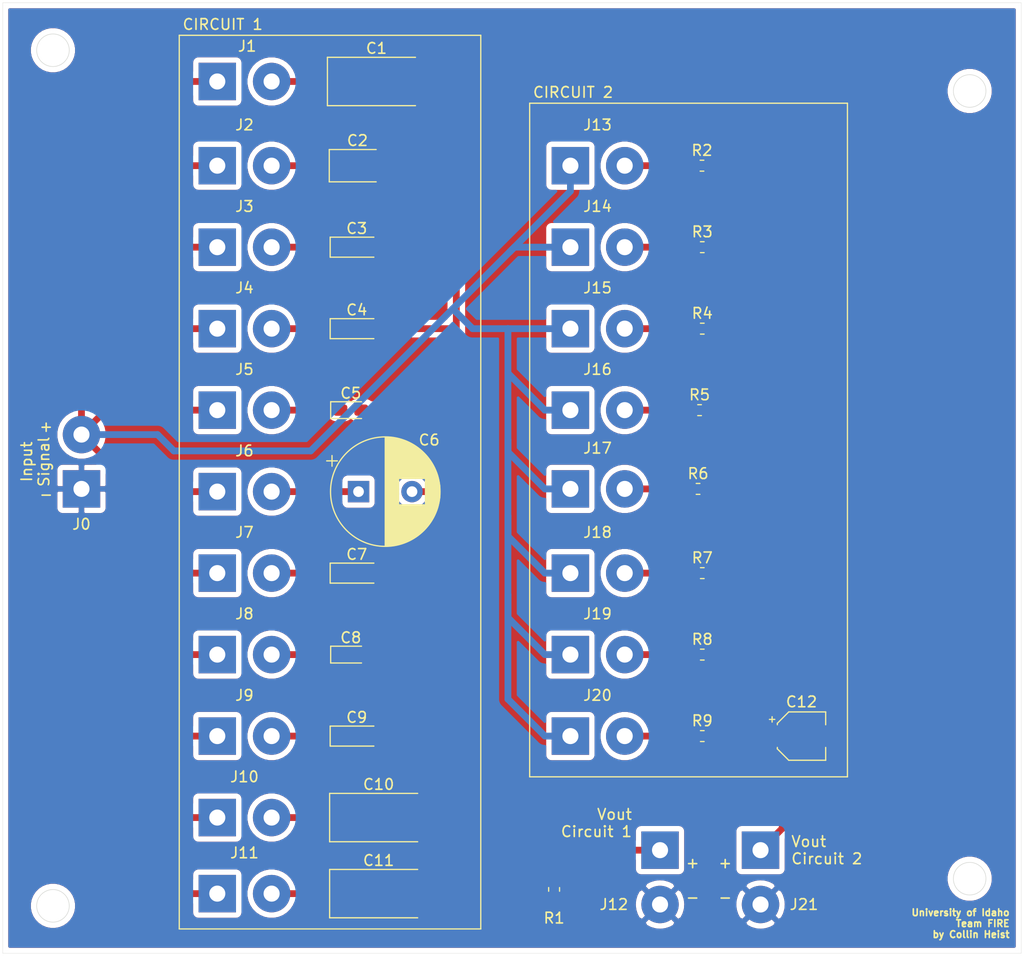
<source format=kicad_pcb>
(kicad_pcb (version 20171130) (host pcbnew "(5.1.4-0-10_14)")
  (title_block (title "RC Test Circuit") (date 2019-11-18) (rev v1.0) (comment 4 "Author: Collin Heist"))
  (layers (0 F.Cu signal) (31 B.Cu signal) (34 B.Paste user) (35 F.Paste user) (36 B.SilkS user) (37 F.SilkS user) (38 B.Mask user) (39 F.Mask user) (44 Edge.Cuts user))
  (net 0 "")
  (net 1 "Net-(C1-Pad1)")
  (net 2 V_out1)
  (net 3 "Net-(C2-Pad1)")
  (net 4 "Net-(C3-Pad1)")
  (net 5 "Net-(C4-Pad1)")
  (net 6 "Net-(C5-Pad1)")
  (net 7 "Net-(C6-Pad1)")
  (net 8 "Net-(C7-Pad1)")
  (net 9 "Net-(C8-Pad1)")
  (net 10 "Net-(C9-Pad1)")
  (net 11 "Net-(C10-Pad1)")
  (net 12 "Net-(C11-Pad1)")
  (net 13 V_out2)
  (net 14 GND)
  (net 15 V_in)
  (net 16 "Net-(J13-Pad2)")
  (net 17 "Net-(J14-Pad2)")
  (net 18 "Net-(J15-Pad2)")
  (net 19 "Net-(J16-Pad2)")
  (net 20 "Net-(J17-Pad2)")
  (net 21 "Net-(J18-Pad2)")
  (net 22 "Net-(J19-Pad2)")
  (net 23 "Net-(J20-Pad2)")
  (module Connector_Wire:SolderWirePad_1x02_P5.08mm_Drill1.5mm (layer F.Cu) (at 45.466 32.766)
    (fp_text reference J1 (at 2.794 -3.302) (layer F.SilkS))
    (fp_text value Conn_01x02)
    (pad 1 thru_hole rect (at 0 0) (size 3.50012 3.50012) (drill 1.50114) (layers *.Cu *.Mask) (net 15 V_in))
    (pad 2 thru_hole circle (at 5.08 0) (size 3.50012 3.50012) (drill 1.50114) (layers *.Cu *.Mask) (net 1 "Net-(C1-Pad1)"))
  )
  (module Connector_Wire:SolderWirePad_1x02_P5.08mm_Drill1.5mm (layer F.Cu) (at 45.466 40.64)
    (fp_text reference J2 (at 2.54 -3.81) (layer F.SilkS))
    (fp_text value Conn_01x02)
    (pad 2 thru_hole circle (at 5.08 0) (size 3.50012 3.50012) (drill 1.50114) (layers *.Cu *.Mask) (net 3 "Net-(C2-Pad1)"))
    (pad 1 thru_hole rect (at 0 0) (size 3.50012 3.50012) (drill 1.50114) (layers *.Cu *.Mask) (net 15 V_in))
  )
  (module Connector_Wire:SolderWirePad_1x02_P5.08mm_Drill1.5mm (layer F.Cu) (at 45.466 48.26)
    (fp_text reference J3 (at 2.54 -3.81) (layer F.SilkS))
    (fp_text value Conn_01x02)
    (pad 1 thru_hole rect (at 0 0) (size 3.50012 3.50012) (drill 1.50114) (layers *.Cu *.Mask) (net 15 V_in))
    (pad 2 thru_hole circle (at 5.08 0) (size 3.50012 3.50012) (drill 1.50114) (layers *.Cu *.Mask) (net 4 "Net-(C3-Pad1)"))
  )
  (module Connector_Wire:SolderWirePad_1x02_P5.08mm_Drill1.5mm (layer F.Cu) (at 45.466 55.88)
    (fp_text reference J4 (at 2.54 -3.81) (layer F.SilkS))
    (fp_text value Conn_01x02)
    (pad 2 thru_hole circle (at 5.08 0) (size 3.50012 3.50012) (drill 1.50114) (layers *.Cu *.Mask) (net 5 "Net-(C4-Pad1)"))
    (pad 1 thru_hole rect (at 0 0) (size 3.50012 3.50012) (drill 1.50114) (layers *.Cu *.Mask) (net 15 V_in))
  )
  (module Connector_Wire:SolderWirePad_1x02_P5.08mm_Drill1.5mm (layer F.Cu) (at 45.466 63.5)
    (fp_text reference J5 (at 2.54 -3.81) (layer F.SilkS))
    (fp_text value Conn_01x02)
    (pad 1 thru_hole rect (at 0 0) (size 3.50012 3.50012) (drill 1.50114) (layers *.Cu *.Mask) (net 15 V_in))
    (pad 2 thru_hole circle (at 5.08 0) (size 3.50012 3.50012) (drill 1.50114) (layers *.Cu *.Mask) (net 6 "Net-(C5-Pad1)"))
  )
  (module Connector_Wire:SolderWirePad_1x02_P5.08mm_Drill1.5mm (layer F.Cu) (at 45.466 71.12)
    (fp_text reference J6 (at 2.54 -3.81) (layer F.SilkS))
    (fp_text value Conn_01x02)
    (pad 2 thru_hole circle (at 5.08 0) (size 3.50012 3.50012) (drill 1.50114) (layers *.Cu *.Mask) (net 7 "Net-(C6-Pad1)"))
    (pad 1 thru_hole rect (at 0 0) (size 3.50012 3.50012) (drill 1.50114) (layers *.Cu *.Mask) (net 15 V_in))
  )
  (module Connector_Wire:SolderWirePad_1x02_P5.08mm_Drill1.5mm (layer F.Cu) (at 45.466 78.74)
    (fp_text reference J7 (at 2.54 -3.81) (layer F.SilkS))
    (fp_text value Conn_01x02)
    (pad 1 thru_hole rect (at 0 0) (size 3.50012 3.50012) (drill 1.50114) (layers *.Cu *.Mask) (net 15 V_in))
    (pad 2 thru_hole circle (at 5.08 0) (size 3.50012 3.50012) (drill 1.50114) (layers *.Cu *.Mask) (net 8 "Net-(C7-Pad1)"))
  )
  (module Connector_Wire:SolderWirePad_1x02_P5.08mm_Drill1.5mm (layer F.Cu) (at 45.466 86.36)
    (fp_text reference J8 (at 2.54 -3.81) (layer F.SilkS))
    (fp_text value Conn_01x02)
    (pad 2 thru_hole circle (at 5.08 0) (size 3.50012 3.50012) (drill 1.50114) (layers *.Cu *.Mask) (net 9 "Net-(C8-Pad1)"))
    (pad 1 thru_hole rect (at 0 0) (size 3.50012 3.50012) (drill 1.50114) (layers *.Cu *.Mask) (net 15 V_in))
  )
  (module Connector_Wire:SolderWirePad_1x02_P5.08mm_Drill1.5mm (layer F.Cu) (at 45.466 93.98)
    (fp_text reference J9 (at 2.54 -3.81) (layer F.SilkS))
    (fp_text value Conn_01x02)
    (pad 1 thru_hole rect (at 0 0) (size 3.50012 3.50012) (drill 1.50114) (layers *.Cu *.Mask) (net 15 V_in))
    (pad 2 thru_hole circle (at 5.08 0) (size 3.50012 3.50012) (drill 1.50114) (layers *.Cu *.Mask) (net 10 "Net-(C9-Pad1)"))
  )
  (module Connector_Wire:SolderWirePad_1x02_P5.08mm_Drill1.5mm (layer F.Cu) (at 45.466 101.6)
    (fp_text reference J10 (at 2.54 -3.81) (layer F.SilkS))
    (fp_text value Conn_01x02)
    (pad 2 thru_hole circle (at 5.08 0) (size 3.50012 3.50012) (drill 1.50114) (layers *.Cu *.Mask) (net 11 "Net-(C10-Pad1)"))
    (pad 1 thru_hole rect (at 0 0) (size 3.50012 3.50012) (drill 1.50114) (layers *.Cu *.Mask) (net 15 V_in))
  )
  (module Connector_Wire:SolderWirePad_1x02_P5.08mm_Drill1.5mm (layer F.Cu) (at 45.466 108.712)
    (fp_text reference J11 (at 2.54 -3.81) (layer F.SilkS))
    (fp_text value Conn_01x02)
    (pad 2 thru_hole circle (at 5.08 0) (size 3.50012 3.50012) (drill 1.50114) (layers *.Cu *.Mask) (net 12 "Net-(C11-Pad1)"))
    (pad 1 thru_hole rect (at 0 0) (size 3.50012 3.50012) (drill 1.50114) (layers *.Cu *.Mask) (net 15 V_in))
  )
  (module Connector_Wire:SolderWirePad_1x02_P5.08mm_Drill1.5mm (layer F.Cu) (at 86.868 104.648 270)
    (fp_text reference J12 (at 5.08 4.318 180) (layer F.SilkS))
    (fp_text value Conn_01x02)
    (pad 1 thru_hole rect (at 0 0 270) (size 3.50012 3.50012) (drill 1.50114) (layers *.Cu *.Mask) (net 2 V_out1))
    (pad 2 thru_hole circle (at 5.08 0 270) (size 3.50012 3.50012) (drill 1.50114) (layers *.Cu *.Mask) (net 14 GND))
  )
  (module Connector_Wire:SolderWirePad_1x02_P5.08mm_Drill1.5mm (layer F.Cu) (at 78.486 40.64)
    (fp_text reference J13 (at 2.54 -3.81) (layer F.SilkS))
    (fp_text value Conn_01x02)
    (pad 1 thru_hole rect (at 0 0) (size 3.50012 3.50012) (drill 1.50114) (layers *.Cu *.Mask) (net 15 V_in))
    (pad 2 thru_hole circle (at 5.08 0) (size 3.50012 3.50012) (drill 1.50114) (layers *.Cu *.Mask) (net 16 "Net-(J13-Pad2)"))
  )
  (module Connector_Wire:SolderWirePad_1x02_P5.08mm_Drill1.5mm (layer F.Cu) (at 78.486 48.26)
    (fp_text reference J14 (at 2.54 -3.81) (layer F.SilkS))
    (fp_text value Conn_01x02)
    (pad 2 thru_hole circle (at 5.08 0) (size 3.50012 3.50012) (drill 1.50114) (layers *.Cu *.Mask) (net 17 "Net-(J14-Pad2)"))
    (pad 1 thru_hole rect (at 0 0) (size 3.50012 3.50012) (drill 1.50114) (layers *.Cu *.Mask) (net 15 V_in))
  )
  (module Connector_Wire:SolderWirePad_1x02_P5.08mm_Drill1.5mm (layer F.Cu) (at 78.486 55.88)
    (fp_text reference J15 (at 2.54 -3.81) (layer F.SilkS))
    (fp_text value Conn_01x02)
    (pad 1 thru_hole rect (at 0 0) (size 3.50012 3.50012) (drill 1.50114) (layers *.Cu *.Mask) (net 15 V_in))
    (pad 2 thru_hole circle (at 5.08 0) (size 3.50012 3.50012) (drill 1.50114) (layers *.Cu *.Mask) (net 18 "Net-(J15-Pad2)"))
  )
  (module Connector_Wire:SolderWirePad_1x02_P5.08mm_Drill1.5mm (layer F.Cu) (at 78.486 63.5)
    (fp_text reference J16 (at 2.54 -3.81) (layer F.SilkS))
    (fp_text value Conn_01x02)
    (pad 2 thru_hole circle (at 5.08 0) (size 3.50012 3.50012) (drill 1.50114) (layers *.Cu *.Mask) (net 19 "Net-(J16-Pad2)"))
    (pad 1 thru_hole rect (at 0 0) (size 3.50012 3.50012) (drill 1.50114) (layers *.Cu *.Mask) (net 15 V_in))
  )
  (module Connector_Wire:SolderWirePad_1x02_P5.08mm_Drill1.5mm (layer F.Cu) (at 78.486 70.866)
    (fp_text reference J17 (at 2.54 -3.81) (layer F.SilkS))
    (fp_text value Conn_01x02)
    (pad 1 thru_hole rect (at 0 0) (size 3.50012 3.50012) (drill 1.50114) (layers *.Cu *.Mask) (net 15 V_in))
    (pad 2 thru_hole circle (at 5.08 0) (size 3.50012 3.50012) (drill 1.50114) (layers *.Cu *.Mask) (net 20 "Net-(J17-Pad2)"))
  )
  (module Connector_Wire:SolderWirePad_1x02_P5.08mm_Drill1.5mm (layer F.Cu) (at 78.486 78.74)
    (fp_text reference J18 (at 2.54 -3.81) (layer F.SilkS))
    (fp_text value Conn_01x02)
    (pad 2 thru_hole circle (at 5.08 0) (size 3.50012 3.50012) (drill 1.50114) (layers *.Cu *.Mask) (net 21 "Net-(J18-Pad2)"))
    (pad 1 thru_hole rect (at 0 0) (size 3.50012 3.50012) (drill 1.50114) (layers *.Cu *.Mask) (net 15 V_in))
  )
  (module Connector_Wire:SolderWirePad_1x02_P5.08mm_Drill1.5mm (layer F.Cu) (at 78.486 86.36)
    (fp_text reference J19 (at 2.54 -3.81) (layer F.SilkS))
    (fp_text value Conn_01x02)
    (pad 1 thru_hole rect (at 0 0) (size 3.50012 3.50012) (drill 1.50114) (layers *.Cu *.Mask) (net 15 V_in))
    (pad 2 thru_hole circle (at 5.08 0) (size 3.50012 3.50012) (drill 1.50114) (layers *.Cu *.Mask) (net 22 "Net-(J19-Pad2)"))
  )
  (module Connector_Wire:SolderWirePad_1x02_P5.08mm_Drill1.5mm (layer F.Cu) (at 78.486 93.98)
    (fp_text reference J20 (at 2.54 -3.81) (layer F.SilkS))
    (fp_text value Conn_01x02)
    (pad 1 thru_hole rect (at 0 0) (size 3.50012 3.50012) (drill 1.50114) (layers *.Cu *.Mask) (net 15 V_in))
    (pad 2 thru_hole circle (at 5.08 0) (size 3.50012 3.50012) (drill 1.50114) (layers *.Cu *.Mask) (net 23 "Net-(J20-Pad2)"))
  )
  (module Connector_Wire:SolderWirePad_1x02_P5.08mm_Drill1.5mm (layer F.Cu) (at 96.266 104.648 270)
    (fp_text reference J21 (at 5.08 -4.064 180) (layer F.SilkS))
    (fp_text value Conn_01x02)
    (pad 2 thru_hole circle (at 5.08 0 270) (size 3.50012 3.50012) (drill 1.50114) (layers *.Cu *.Mask) (net 14 GND))
    (pad 1 thru_hole rect (at 0 0 270) (size 3.50012 3.50012) (drill 1.50114) (layers *.Cu *.Mask) (net 13 V_out2))
  )
  (module Capacitor_Tantalum_SMD:CP_EIA-7343-43_Kemet-X_Pad2.25x2.55mm_HandSolder (layer F.Cu) (at 60.35 32.766)
    (fp_text reference C1 (at 0 -3.1) (layer F.SilkS))
    (fp_text value 4.7uF)
    (pad 1 smd roundrect (at -3.2 0) (size 2.25 2.55) (layers F.Cu F.Paste F.Mask) (roundrect_rratio 0.111111) (net 1 "Net-(C1-Pad1)"))
    (pad 2 smd roundrect (at 3.2 0) (size 2.25 2.55) (layers F.Cu F.Paste F.Mask) (roundrect_rratio 0.111111) (net 2 V_out1))
  )
  (module Capacitor_Tantalum_SMD:CP_EIA-3528-21_Kemet-B_Pad1.50x2.35mm_HandSolder (layer F.Cu) (at 58.573 40.64)
    (fp_text reference C2 (at 0 -2.35) (layer F.SilkS))
    (fp_text value 2.2uF)
    (pad 1 smd roundrect (at -1.625 0) (size 1.5 2.35) (layers F.Cu F.Paste F.Mask) (roundrect_rratio 0.166667) (net 3 "Net-(C2-Pad1)"))
    (pad 2 smd roundrect (at 1.625 0) (size 1.5 2.35) (layers F.Cu F.Paste F.Mask) (roundrect_rratio 0.166667) (net 2 V_out1))
  )
  (module Capacitor_Tantalum_SMD:CP_EIA-3216-18_Kemet-A_Pad1.58x1.35mm_HandSolder (layer F.Cu) (at 58.5065 48.26)
    (fp_text reference C3 (at 0 -1.75) (layer F.SilkS))
    (fp_text value 10uF)
    (pad 1 smd roundrect (at -1.4375 0) (size 1.575 1.35) (layers F.Cu F.Paste F.Mask) (roundrect_rratio 0.185185) (net 4 "Net-(C3-Pad1)"))
    (pad 2 smd roundrect (at 1.4375 0) (size 1.575 1.35) (layers F.Cu F.Paste F.Mask) (roundrect_rratio 0.185185) (net 2 V_out1))
  )
  (module Capacitor_Tantalum_SMD:CP_EIA-3216-18_Kemet-A_Pad1.58x1.35mm_HandSolder (layer F.Cu) (at 58.5065 55.88)
    (fp_text reference C4 (at 0 -1.75) (layer F.SilkS))
    (fp_text value 4.7uF)
    (pad 2 smd roundrect (at 1.4375 0) (size 1.575 1.35) (layers F.Cu F.Paste F.Mask) (roundrect_rratio 0.185185) (net 2 V_out1))
    (pad 1 smd roundrect (at -1.4375 0) (size 1.575 1.35) (layers F.Cu F.Paste F.Mask) (roundrect_rratio 0.185185) (net 5 "Net-(C4-Pad1)"))
  )
  (module Capacitor_Tantalum_SMD:CP_EIA-2012-15_AVX-P_Pad1.30x1.05mm_HandSolder (layer F.Cu) (at 57.953 63.5)
    (fp_text reference C5 (at 0 -1.58) (layer F.SilkS))
    (fp_text value 1uF)
    (pad 1 smd roundrect (at -0.975 0) (size 1.3 1.05) (layers F.Cu F.Paste F.Mask) (roundrect_rratio 0.238095) (net 6 "Net-(C5-Pad1)"))
    (pad 2 smd roundrect (at 0.975 0) (size 1.3 1.05) (layers F.Cu F.Paste F.Mask) (roundrect_rratio 0.238095) (net 2 V_out1))
  )
  (module Capacitor_THT:CP_Radial_D10.0mm_P5.00mm (layer F.Cu) (at 58.674 71.12)
    (fp_text reference C6 (at 6.604 -4.826) (layer F.SilkS))
    (fp_text value 330uF)
    (pad 1 thru_hole rect (at 0 0) (size 2 2) (drill 1) (layers *.Cu *.Mask) (net 7 "Net-(C6-Pad1)"))
    (pad 2 thru_hole circle (at 5 0) (size 2 2) (drill 1) (layers *.Cu *.Mask) (net 2 V_out1))
  )
  (module Capacitor_Tantalum_SMD:CP_EIA-3216-10_Kemet-I_Pad1.58x1.35mm_HandSolder (layer F.Cu) (at 58.5065 78.74)
    (fp_text reference C7 (at 0 -1.75) (layer F.SilkS))
    (fp_text value 0.22uF)
    (pad 2 smd roundrect (at 1.4375 0) (size 1.575 1.35) (layers F.Cu F.Paste F.Mask) (roundrect_rratio 0.185185) (net 2 V_out1))
    (pad 1 smd roundrect (at -1.4375 0) (size 1.575 1.35) (layers F.Cu F.Paste F.Mask) (roundrect_rratio 0.185185) (net 8 "Net-(C7-Pad1)"))
  )
  (module Capacitor_Tantalum_SMD:CP_EIA-2012-12_Kemet-R_Pad1.30x1.05mm_HandSolder (layer F.Cu) (at 57.953 86.36)
    (fp_text reference C8 (at 0 -1.58) (layer F.SilkS))
    (fp_text value 10uF)
    (pad 1 smd roundrect (at -0.975 0) (size 1.3 1.05) (layers F.Cu F.Paste F.Mask) (roundrect_rratio 0.238095) (net 9 "Net-(C8-Pad1)"))
    (pad 2 smd roundrect (at 0.975 0) (size 1.3 1.05) (layers F.Cu F.Paste F.Mask) (roundrect_rratio 0.238095) (net 2 V_out1))
  )
  (module Capacitor_Tantalum_SMD:CP_EIA-3216-10_Kemet-I_Pad1.58x1.35mm_HandSolder (layer F.Cu) (at 58.5065 93.98)
    (fp_text reference C9 (at 0 -1.75) (layer F.SilkS))
    (fp_text value 0.22uF)
    (pad 1 smd roundrect (at -1.4375 0) (size 1.575 1.35) (layers F.Cu F.Paste F.Mask) (roundrect_rratio 0.185185) (net 10 "Net-(C9-Pad1)"))
    (pad 2 smd roundrect (at 1.4375 0) (size 1.575 1.35) (layers F.Cu F.Paste F.Mask) (roundrect_rratio 0.185185) (net 2 V_out1))
  )
  (module Capacitor_Tantalum_SMD:CP_EIA-7343-40_Kemet-Y_Pad2.25x2.55mm_HandSolder (layer F.Cu) (at 60.554 101.6)
    (fp_text reference C10 (at 0 -3.1) (layer F.SilkS))
    (fp_text value 10uF)
    (pad 2 smd roundrect (at 3.2 0) (size 2.25 2.55) (layers F.Cu F.Paste F.Mask) (roundrect_rratio 0.111111) (net 2 V_out1))
    (pad 1 smd roundrect (at -3.2 0) (size 2.25 2.55) (layers F.Cu F.Paste F.Mask) (roundrect_rratio 0.111111) (net 11 "Net-(C10-Pad1)"))
  )
  (module Capacitor_Tantalum_SMD:CP_EIA-7343-40_Kemet-Y_Pad2.25x2.55mm_HandSolder (layer F.Cu) (at 60.554 108.712)
    (fp_text reference C11 (at 0 -3.1) (layer F.SilkS))
    (fp_text value 10uF)
    (pad 1 smd roundrect (at -3.2 0) (size 2.25 2.55) (layers F.Cu F.Paste F.Mask) (roundrect_rratio 0.111111) (net 12 "Net-(C11-Pad1)"))
    (pad 2 smd roundrect (at 3.2 0) (size 2.25 2.55) (layers F.Cu F.Paste F.Mask) (roundrect_rratio 0.111111) (net 2 V_out1))
  )
  (module Capacitor_SMD:CP_Elec_4x5.4 (layer F.Cu) (at 100.098 93.98)
    (fp_text reference C12 (at 0 -3.2) (layer F.SilkS))
    (fp_text value 10uF)
    (pad 1 smd roundrect (at -1.8 0) (size 2.6 1.6) (layers F.Cu F.Paste F.Mask) (roundrect_rratio 0.15625) (net 13 V_out2))
    (pad 2 smd roundrect (at 1.8 0) (size 2.6 1.6) (layers F.Cu F.Paste F.Mask) (roundrect_rratio 0.15625) (net 14 GND))
  )
  (module Resistor_SMD:R_0603_1608Metric_Pad1.05x0.95mm_HandSolder (layer F.Cu) (at 76.962 108.317 270)
    (fp_text reference R1 (at 2.681 0 180) (layer F.SilkS))
    (fp_text value 10k)
    (pad 1 smd roundrect (at -0.875 0 270) (size 1.05 0.95) (layers F.Cu F.Paste F.Mask) (net 2 V_out1))
    (pad 2 smd roundrect (at 0.875 0 270) (size 1.05 0.95) (layers F.Cu F.Paste F.Mask) (net 14 GND))
  )
  (module Resistor_SMD:R_0603_1608Metric_Pad1.05x0.95mm_HandSolder (layer F.Cu) (at 90.791 40.64)
    (fp_text reference R2 (at 0 -1.43) (layer F.SilkS))
    (fp_text value 3.3k)
    (pad 1 smd roundrect (at -0.875 0) (size 1.05 0.95) (layers F.Cu F.Paste F.Mask) (net 16 "Net-(J13-Pad2)"))
    (pad 2 smd roundrect (at 0.875 0) (size 1.05 0.95) (layers F.Cu F.Paste F.Mask) (net 13 V_out2))
  )
  (module Resistor_SMD:R_0603_1608Metric_Pad1.05x0.95mm_HandSolder (layer F.Cu) (at 90.819 48.26)
    (fp_text reference R3 (at 0 -1.43) (layer F.SilkS))
    (fp_text value 10k)
    (pad 2 smd roundrect (at 0.875 0) (size 1.05 0.95) (layers F.Cu F.Paste F.Mask) (net 13 V_out2))
    (pad 1 smd roundrect (at -0.875 0) (size 1.05 0.95) (layers F.Cu F.Paste F.Mask) (net 17 "Net-(J14-Pad2)"))
  )
  (module Resistor_SMD:R_0603_1608Metric_Pad1.05x0.95mm_HandSolder (layer F.Cu) (at 90.819 55.88)
    (fp_text reference R4 (at 0 -1.43) (layer F.SilkS))
    (fp_text value 59k)
    (pad 1 smd roundrect (at -0.875 0) (size 1.05 0.95) (layers F.Cu F.Paste F.Mask) (net 18 "Net-(J15-Pad2)"))
    (pad 2 smd roundrect (at 0.875 0) (size 1.05 0.95) (layers F.Cu F.Paste F.Mask) (net 13 V_out2))
  )
  (module Resistor_SMD:R_0603_1608Metric_Pad1.05x0.95mm_HandSolder (layer F.Cu) (at 90.565 63.5)
    (fp_text reference R5 (at 0 -1.43) (layer F.SilkS))
    (fp_text value 1k)
    (pad 2 smd roundrect (at 0.875 0) (size 1.05 0.95) (layers F.Cu F.Paste F.Mask) (net 13 V_out2))
    (pad 1 smd roundrect (at -0.875 0) (size 1.05 0.95) (layers F.Cu F.Paste F.Mask) (net 19 "Net-(J16-Pad2)"))
  )
  (module Resistor_SMD:R_0603_1608Metric_Pad1.05x0.95mm_HandSolder (layer F.Cu) (at 90.424 70.866)
    (fp_text reference R6 (at 0 -1.43) (layer F.SilkS))
    (fp_text value 10k)
    (pad 1 smd roundrect (at -0.875 0) (size 1.05 0.95) (layers F.Cu F.Paste F.Mask) (net 20 "Net-(J17-Pad2)"))
    (pad 2 smd roundrect (at 0.875 0) (size 1.05 0.95) (layers F.Cu F.Paste F.Mask) (net 13 V_out2))
  )
  (module Resistor_SMD:R_0603_1608Metric_Pad1.05x0.95mm_HandSolder (layer F.Cu) (at 90.819 78.74)
    (fp_text reference R7 (at 0 -1.43) (layer F.SilkS))
    (fp_text value 20k)
    (pad 2 smd roundrect (at 0.875 0) (size 1.05 0.95) (layers F.Cu F.Paste F.Mask) (net 13 V_out2))
    (pad 1 smd roundrect (at -0.875 0) (size 1.05 0.95) (layers F.Cu F.Paste F.Mask) (net 21 "Net-(J18-Pad2)"))
  )
  (module Resistor_SMD:R_0603_1608Metric_Pad1.05x0.95mm_HandSolder (layer F.Cu) (at 90.819 86.36)
    (fp_text reference R8 (at 0 -1.43) (layer F.SilkS))
    (fp_text value 100k)
    (pad 1 smd roundrect (at -0.875 0) (size 1.05 0.95) (layers F.Cu F.Paste F.Mask) (net 22 "Net-(J19-Pad2)"))
    (pad 2 smd roundrect (at 0.875 0) (size 1.05 0.95) (layers F.Cu F.Paste F.Mask) (net 13 V_out2))
  )
  (module Resistor_SMD:R_0603_1608Metric_Pad1.05x0.95mm_HandSolder (layer F.Cu) (at 90.819 93.98)
    (fp_text reference R9 (at 0 -1.43) (layer F.SilkS))
    (fp_text value 330)
    (pad 2 smd roundrect (at 0.875 0) (size 1.05 0.95) (layers F.Cu F.Paste F.Mask) (net 13 V_out2))
    (pad 1 smd roundrect (at -0.875 0) (size 1.05 0.95) (layers F.Cu F.Paste F.Mask) (net 23 "Net-(J20-Pad2)"))
  )
  (module Connector_Wire:SolderWirePad_1x02_P5.08mm_Drill1.5mm (layer F.Cu) (at 32.766 70.866 90)
    (fp_text reference J0 (at -3.302 0 180) (layer F.SilkS))
    (fp_text value Conn_01x02)
    (pad 1 thru_hole rect (at 0 0 90) (size 3.50012 3.50012) (drill 1.50114) (layers *.Cu *.Mask) (net 14 GND))
    (pad 2 thru_hole circle (at 5.08 0 90) (size 3.50012 3.50012) (drill 1.50114) (layers *.Cu *.Mask) (net 15 V_in))
  )
  (gr_text "University of Idaho\nTeam FIRE\nby Collin Heist" (at 119.634 111.506) (layer F.SilkS) (effects (font (size 0.635 0.635)) (justify right)))
  (gr_text "+\n\n-" (at 92.964 107.442) (layer F.SilkS) (effects (font (size 1 1))))
  (gr_text "+\n\n-" (at 89.916 107.442) (layer F.SilkS) (effects (font (size 1 1))))
  (gr_text "CIRCUIT 1\n" (at 45.974 27.432) (layer F.SilkS) (effects (font (size 1 1))))
  (gr_line (start 70.104 112.014) (end 70.104 28.448) (layer F.SilkS) (width 0.12))
  (gr_line (start 41.91 112.014) (end 70.104 112.014) (layer F.SilkS) (width 0.12))
  (gr_line (start 41.91 28.448) (end 41.91 112.014) (layer F.SilkS) (width 0.12))
  (gr_line (start 41.91 28.448) (end 70.104 28.448) (layer F.SilkS) (width 0.12))
  (gr_text "CIRCUIT 2" (at 78.74 33.782) (layer F.SilkS) (effects (font (size 1 1))))
  (gr_line (start 104.394 97.79) (end 104.394 97.79) (layer F.SilkS) (width 0.12))
  (gr_line (start 104.394 34.798) (end 104.394 97.79) (layer F.SilkS) (width 0.12))
  (gr_line (start 74.676 97.79) (end 104.394 97.79) (layer F.SilkS) (width 0.12))
  (gr_line (start 74.676 34.798) (end 104.394 34.798) (layer F.SilkS) (width 0.12))
  (gr_line (start 74.676 34.798) (end 74.676 97.79) (layer F.SilkS) (width 0.12))
  (gr_text "-\n" (at 29.464 71.374) (layer F.SilkS) (effects (font (size 1 1))))
  (gr_text "+\n" (at 29.464 65.024) (layer F.SilkS) (effects (font (size 1 1))))
  (gr_text "Input\nSignal" (at 28.448 68.326 90) (layer F.SilkS) (effects (font (size 1 1))))
  (gr_text "Vout\nCircuit 2" (at 99.06 104.648) (layer F.SilkS) (effects (font (size 1 1)) (justify left)))
  (gr_text "Vout\nCircuit 1" (at 84.328 102.108) (layer F.SilkS) (effects (font (size 1 1)) (justify right)))
  (gr_circle (center 30.099 109.855) (end 31.623 109.855) (layer Edge.Cuts) (width 0.05))
  (gr_circle (center 115.824 107.315) (end 117.348 107.315) (layer Edge.Cuts) (width 0.05))
  (gr_circle (center 115.824 33.655) (end 117.348 33.655) (layer Edge.Cuts) (width 0.05))
  (gr_circle (center 30.099 29.845) (end 31.623 29.845) (layer Edge.Cuts) (width 0.05))
  (gr_line (start 25.4 25.4) (end 120.65 25.4) (layer Edge.Cuts) (width 0.0254))
  (gr_line (start 120.65 25.4) (end 120.65 114.3) (layer Edge.Cuts) (width 0.0254))
  (gr_line (start 120.65 114.3) (end 25.4 114.3) (layer Edge.Cuts) (width 0.0254))
  (gr_line (start 25.4 25.4) (end 25.4 114.3) (layer Edge.Cuts) (width 0.0254))
  (segment (start 50.546 32.766) (end 57.15 32.766) (width 0.635) (layer F.Cu) (net 1))
  (segment (start 85.852 105.664) (end 86.868 104.648) (width 0.635) (layer F.Cu) (net 2))
  (segment (start 65.024 107.442) (end 76.962 107.442) (width 0.635) (layer F.Cu) (net 2))
  (segment (start 63.754 108.712) (end 65.024 107.442) (width 0.635) (layer F.Cu) (net 2))
  (segment (start 69.596 107.442) (end 76.962 107.442) (width 0.635) (layer F.Cu) (net 2))
  (segment (start 63.754 101.6) (end 69.596 107.442) (width 0.635) (layer F.Cu) (net 2))
  (segment (start 63.5 93.98) (end 76.962 107.442) (width 0.635) (layer F.Cu) (net 2))
  (segment (start 59.944 93.98) (end 63.5 93.98) (width 0.635) (layer F.Cu) (net 2))
  (segment (start 63.55 32.766) (end 67.818 32.766) (width 0.635) (layer F.Cu) (net 2))
  (segment (start 67.818 98.298) (end 72.136 102.616) (width 0.635) (layer F.Cu) (net 2))
  (segment (start 60.198 40.64) (end 67.818 40.64) (width 0.635) (layer F.Cu) (net 2))
  (segment (start 67.818 32.766) (end 67.818 40.64) (width 0.635) (layer F.Cu) (net 2))
  (segment (start 59.944 48.26) (end 67.564 48.26) (width 0.635) (layer F.Cu) (net 2))
  (segment (start 67.564 48.26) (end 67.818 48.514) (width 0.635) (layer F.Cu) (net 2))
  (segment (start 67.818 40.64) (end 67.818 48.514) (width 0.635) (layer F.Cu) (net 2))
  (segment (start 67.31 55.88) (end 67.818 56.388) (width 0.635) (layer F.Cu) (net 2))
  (segment (start 59.944 55.88) (end 67.31 55.88) (width 0.635) (layer F.Cu) (net 2))
  (segment (start 67.818 48.514) (end 67.818 56.388) (width 0.635) (layer F.Cu) (net 2))
  (segment (start 67.564 63.5) (end 67.818 63.754) (width 0.635) (layer F.Cu) (net 2))
  (segment (start 58.928 63.5) (end 67.564 63.5) (width 0.635) (layer F.Cu) (net 2))
  (segment (start 67.818 56.388) (end 67.818 63.754) (width 0.635) (layer F.Cu) (net 2))
  (segment (start 63.674 71.12) (end 67.818 71.12) (width 0.635) (layer F.Cu) (net 2))
  (segment (start 67.818 63.754) (end 67.818 71.12) (width 0.635) (layer F.Cu) (net 2))
  (segment (start 59.944 78.74) (end 67.564 78.74) (width 0.635) (layer F.Cu) (net 2))
  (segment (start 67.564 78.74) (end 67.818 78.486) (width 0.635) (layer F.Cu) (net 2))
  (segment (start 67.818 71.12) (end 67.818 78.486) (width 0.635) (layer F.Cu) (net 2))
  (segment (start 58.928 86.36) (end 67.31 86.36) (width 0.635) (layer F.Cu) (net 2))
  (segment (start 67.818 86.868) (end 67.818 98.298) (width 0.635) (layer F.Cu) (net 2))
  (segment (start 67.31 86.36) (end 67.818 86.868) (width 0.635) (layer F.Cu) (net 2))
  (segment (start 67.818 78.486) (end 67.818 86.868) (width 0.635) (layer F.Cu) (net 2))
  (segment (start 76.962 107.442) (end 79.756 107.442) (width 0.635) (layer F.Cu) (net 2))
  (segment (start 82.55 104.648) (end 86.868 104.648) (width 0.635) (layer F.Cu) (net 2))
  (segment (start 79.756 107.442) (end 82.55 104.648) (width 0.635) (layer F.Cu) (net 2))
  (segment (start 50.546 40.64) (end 56.948 40.64) (width 0.635) (layer F.Cu) (net 3))
  (segment (start 50.546 48.26) (end 57.069 48.26) (width 0.635) (layer F.Cu) (net 4))
  (segment (start 50.546 55.88) (end 57.069 55.88) (width 0.635) (layer F.Cu) (net 5))
  (segment (start 50.546 63.5) (end 56.978 63.5) (width 0.635) (layer F.Cu) (net 6))
  (segment (start 53.020958 71.12) (end 58.674 71.12) (width 0.635) (layer F.Cu) (net 7))
  (segment (start 50.546 71.12) (end 53.020958 71.12) (width 0.635) (layer F.Cu) (net 7))
  (segment (start 50.546 78.74) (end 57.069 78.74) (width 0.635) (layer F.Cu) (net 8))
  (segment (start 53.020958 86.36) (end 56.978 86.36) (width 0.635) (layer F.Cu) (net 9))
  (segment (start 50.546 86.36) (end 53.020958 86.36) (width 0.635) (layer F.Cu) (net 9))
  (segment (start 50.546 93.98) (end 57.069 93.98) (width 0.635) (layer F.Cu) (net 10))
  (segment (start 50.546 101.6) (end 57.354 101.6) (width 0.635) (layer F.Cu) (net 11))
  (segment (start 50.546 108.712) (end 57.354 108.712) (width 0.635) (layer F.Cu) (net 12))
  (segment (start 91.694 93.98) (end 98.298 93.98) (width 0.635) (layer F.Cu) (net 13))
  (segment (start 98.298 47.272) (end 91.666 40.64) (width 0.635) (layer F.Cu) (net 13))
  (segment (start 91.694 48.26) (end 98.298 48.26) (width 0.635) (layer F.Cu) (net 13))
  (segment (start 98.298 48.26) (end 98.298 47.272) (width 0.635) (layer F.Cu) (net 13))
  (segment (start 91.694 55.88) (end 98.298 55.88) (width 0.635) (layer F.Cu) (net 13))
  (segment (start 98.298 55.88) (end 98.298 48.26) (width 0.635) (layer F.Cu) (net 13))
  (segment (start 91.44 63.5) (end 98.044 63.5) (width 0.635) (layer F.Cu) (net 13))
  (segment (start 98.044 63.5) (end 98.298 63.246) (width 0.635) (layer F.Cu) (net 13))
  (segment (start 98.298 63.246) (end 98.298 55.88) (width 0.635) (layer F.Cu) (net 13))
  (segment (start 91.299 70.866) (end 98.298 70.866) (width 0.635) (layer F.Cu) (net 13))
  (segment (start 98.298 70.866) (end 98.298 63.246) (width 0.635) (layer F.Cu) (net 13))
  (segment (start 98.044 78.74) (end 98.298 78.994) (width 0.635) (layer F.Cu) (net 13))
  (segment (start 91.694 78.74) (end 98.044 78.74) (width 0.635) (layer F.Cu) (net 13))
  (segment (start 98.298 78.994) (end 98.298 70.866) (width 0.635) (layer F.Cu) (net 13))
  (segment (start 91.694 86.36) (end 98.298 86.36) (width 0.635) (layer F.Cu) (net 13))
  (segment (start 98.298 86.36) (end 98.298 78.994) (width 0.635) (layer F.Cu) (net 13))
  (segment (start 98.298 93.98) (end 98.298 86.36) (width 0.635) (layer F.Cu) (net 13))
  (segment (start 98.298 102.616) (end 96.266 104.648) (width 0.635) (layer F.Cu) (net 13))
  (segment (start 98.298 93.98) (end 98.298 102.616) (width 0.635) (layer F.Cu) (net 13))
  (segment (start 43.08094 32.766) (end 45.466 32.766) (width 0.635) (layer F.Cu) (net 15))
  (segment (start 32.766 43.08094) (end 43.08094 32.766) (width 0.635) (layer F.Cu) (net 15))
  (segment (start 45.466 40.64) (end 40.64 40.64) (width 0.635) (layer F.Cu) (net 15))
  (segment (start 32.766 48.514) (end 32.766 43.08094) (width 0.635) (layer F.Cu) (net 15))
  (segment (start 40.64 40.64) (end 32.766 48.514) (width 0.635) (layer F.Cu) (net 15))
  (segment (start 39.878 48.26) (end 32.766 55.372) (width 0.635) (layer F.Cu) (net 15))
  (segment (start 45.466 48.26) (end 39.878 48.26) (width 0.635) (layer F.Cu) (net 15))
  (segment (start 32.766 55.372) (end 32.766 48.514) (width 0.635) (layer F.Cu) (net 15))
  (segment (start 38.25494 60.706) (end 32.766 60.706) (width 0.635) (layer F.Cu) (net 15))
  (segment (start 45.466 55.88) (end 43.08094 55.88) (width 0.635) (layer F.Cu) (net 15))
  (segment (start 32.766 60.706) (end 32.766 55.372) (width 0.635) (layer F.Cu) (net 15))
  (segment (start 43.08094 55.88) (end 38.25494 60.706) (width 0.635) (layer F.Cu) (net 15))
  (segment (start 32.766 65.786) (end 32.766 60.706) (width 0.635) (layer F.Cu) (net 15))
  (segment (start 35.052 63.5) (end 32.766 65.786) (width 0.635) (layer F.Cu) (net 15))
  (segment (start 45.466 63.5) (end 35.052 63.5) (width 0.635) (layer F.Cu) (net 15))
  (segment (start 45.466 71.12) (end 38.1 71.12) (width 0.635) (layer F.Cu) (net 15))
  (segment (start 36.449 69.469) (end 32.766 65.786) (width 0.635) (layer F.Cu) (net 15))
  (segment (start 43.08094 108.712) (end 36.449 102.08006) (width 0.635) (layer F.Cu) (net 15))
  (segment (start 45.466 108.712) (end 43.08094 108.712) (width 0.635) (layer F.Cu) (net 15))
  (segment (start 38.1 71.12) (end 36.449 69.469) (width 0.635) (layer F.Cu) (net 15))
  (segment (start 36.449 94.96806) (end 36.449 94.615) (width 0.635) (layer F.Cu) (net 15))
  (segment (start 43.08094 101.6) (end 36.449 94.96806) (width 0.635) (layer F.Cu) (net 15))
  (segment (start 45.466 101.6) (end 43.08094 101.6) (width 0.635) (layer F.Cu) (net 15))
  (segment (start 36.449 102.08006) (end 36.449 94.615) (width 0.635) (layer F.Cu) (net 15))
  (segment (start 45.466 93.98) (end 42.418 93.98) (width 0.635) (layer F.Cu) (net 15))
  (segment (start 42.418 93.98) (end 36.449 88.011) (width 0.635) (layer F.Cu) (net 15))
  (segment (start 36.449 94.615) (end 36.449 88.011) (width 0.635) (layer F.Cu) (net 15))
  (segment (start 36.449 79.72806) (end 36.449 78.105) (width 0.635) (layer F.Cu) (net 15))
  (segment (start 43.08094 86.36) (end 36.449 79.72806) (width 0.635) (layer F.Cu) (net 15))
  (segment (start 45.466 86.36) (end 43.08094 86.36) (width 0.635) (layer F.Cu) (net 15))
  (segment (start 36.449 88.011) (end 36.449 78.105) (width 0.635) (layer F.Cu) (net 15))
  (segment (start 43.08094 78.74) (end 36.449 72.10806) (width 0.635) (layer F.Cu) (net 15))
  (segment (start 36.449 72.10806) (end 36.449 72.009) (width 0.635) (layer F.Cu) (net 15))
  (segment (start 36.449 72.009) (end 36.449 69.469) (width 0.635) (layer F.Cu) (net 15))
  (segment (start 45.466 78.74) (end 43.08094 78.74) (width 0.635) (layer F.Cu) (net 15))
  (segment (start 36.449 78.105) (end 36.449 72.009) (width 0.635) (layer F.Cu) (net 15))
  (segment (start 32.766 65.786) (end 39.878 65.786) (width 0.635) (layer B.Cu) (net 15))
  (segment (start 39.878 65.786) (end 41.402 67.31) (width 0.635) (layer B.Cu) (net 15))
  (segment (start 78.486 43.02506) (end 78.486 40.64) (width 0.635) (layer B.Cu) (net 15))
  (segment (start 41.402 67.31) (end 54.20106 67.31) (width 0.635) (layer B.Cu) (net 15))
  (segment (start 73.25106 48.26) (end 72.82053 48.69053) (width 0.635) (layer B.Cu) (net 15))
  (segment (start 78.486 48.26) (end 73.25106 48.26) (width 0.635) (layer B.Cu) (net 15))
  (segment (start 72.82053 48.69053) (end 78.486 43.02506) (width 0.635) (layer B.Cu) (net 15))
  (segment (start 69.342 55.88) (end 67.48653 54.02453) (width 0.635) (layer B.Cu) (net 15))
  (segment (start 67.48653 54.02453) (end 72.82053 48.69053) (width 0.635) (layer B.Cu) (net 15))
  (segment (start 54.20106 67.31) (end 67.48653 54.02453) (width 0.635) (layer B.Cu) (net 15))
  (segment (start 72.644 60.04306) (end 72.644 55.88) (width 0.635) (layer B.Cu) (net 15))
  (segment (start 76.10094 63.5) (end 72.644 60.04306) (width 0.635) (layer B.Cu) (net 15))
  (segment (start 78.486 63.5) (end 76.10094 63.5) (width 0.635) (layer B.Cu) (net 15))
  (segment (start 72.644 55.88) (end 69.342 55.88) (width 0.635) (layer B.Cu) (net 15))
  (segment (start 78.486 55.88) (end 72.644 55.88) (width 0.635) (layer B.Cu) (net 15))
  (segment (start 76.10094 93.98) (end 72.644 90.52306) (width 0.635) (layer B.Cu) (net 15))
  (segment (start 78.486 93.98) (end 76.10094 93.98) (width 0.635) (layer B.Cu) (net 15))
  (segment (start 72.644 82.90306) (end 72.644 80.772) (width 0.635) (layer B.Cu) (net 15))
  (segment (start 76.10094 86.36) (end 72.644 82.90306) (width 0.635) (layer B.Cu) (net 15))
  (segment (start 78.486 86.36) (end 76.10094 86.36) (width 0.635) (layer B.Cu) (net 15))
  (segment (start 72.644 90.52306) (end 72.644 80.772) (width 0.635) (layer B.Cu) (net 15))
  (segment (start 72.644 75.28306) (end 72.644 73.406) (width 0.635) (layer B.Cu) (net 15))
  (segment (start 76.10094 78.74) (end 72.644 75.28306) (width 0.635) (layer B.Cu) (net 15))
  (segment (start 78.486 78.74) (end 76.10094 78.74) (width 0.635) (layer B.Cu) (net 15))
  (segment (start 72.644 80.772) (end 72.644 73.406) (width 0.635) (layer B.Cu) (net 15))
  (segment (start 72.644 67.40906) (end 72.644 66.294) (width 0.635) (layer B.Cu) (net 15))
  (segment (start 76.10094 70.866) (end 72.644 67.40906) (width 0.635) (layer B.Cu) (net 15))
  (segment (start 78.486 70.866) (end 76.10094 70.866) (width 0.635) (layer B.Cu) (net 15))
  (segment (start 72.644 66.294) (end 72.644 60.04306) (width 0.635) (layer B.Cu) (net 15))
  (segment (start 72.644 73.406) (end 72.644 66.294) (width 0.635) (layer B.Cu) (net 15))
  (segment (start 83.566 40.64) (end 89.916 40.64) (width 0.635) (layer F.Cu) (net 16))
  (segment (start 83.566 48.26) (end 89.944 48.26) (width 0.635) (layer F.Cu) (net 17))
  (segment (start 83.566 55.88) (end 89.944 55.88) (width 0.635) (layer F.Cu) (net 18))
  (segment (start 83.566 63.5) (end 89.69 63.5) (width 0.635) (layer F.Cu) (net 19))
  (segment (start 83.566 70.866) (end 89.549 70.866) (width 0.635) (layer F.Cu) (net 20))
  (segment (start 83.566 78.74) (end 89.944 78.74) (width 0.635) (layer F.Cu) (net 21))
  (segment (start 86.040958 86.36) (end 89.944 86.36) (width 0.635) (layer F.Cu) (net 22))
  (segment (start 83.566 86.36) (end 86.040958 86.36) (width 0.635) (layer F.Cu) (net 22))
  (segment (start 83.566 93.98) (end 89.944 93.98) (width 0.635) (layer F.Cu) (net 23))
  (zone (net 14) (net_name GND) (layer F.Cu) (connect_pads (clearance 0.508)) (min_thickness 0.254) (fill yes (arc_segments 32) (thermal_gap 0.508) (thermal_bridge_width 0.508))
    (polygon (pts (xy 120.904 114.554) (xy 120.904 25.146) (xy 25.146 25.146) (xy 25.146 114.554)))
  )
  (zone (net 14) (net_name GND) (layer B.Cu) (connect_pads (clearance 0.508)) (min_thickness 0.254) (fill yes (arc_segments 32) (thermal_gap 0.508) (thermal_bridge_width 0.508))
    (polygon (pts (xy 120.904 25.146) (xy 120.904 114.554) (xy 25.146 114.554) (xy 25.146 25.146)))
  )
)
</source>
